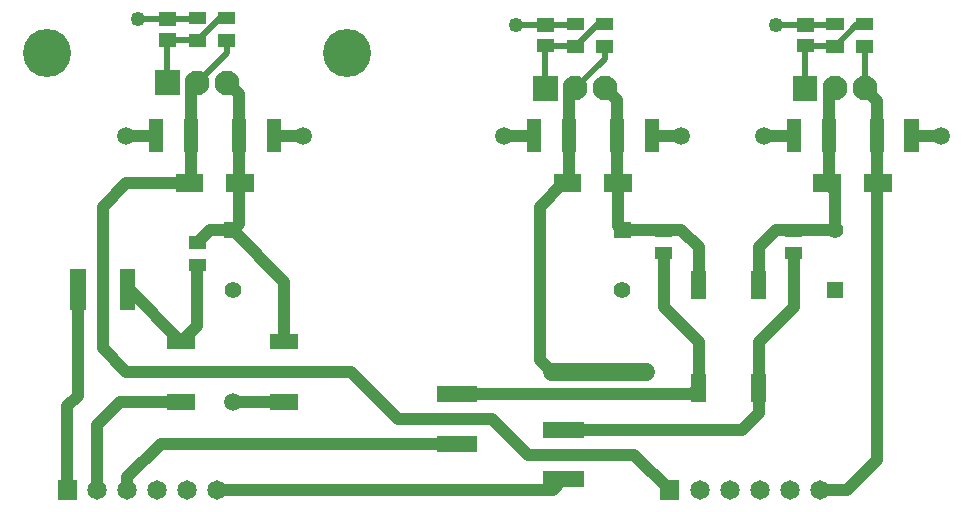
<source format=gbr>
G04 start of page 3 for group 1 idx 2 *
G04 Title: EW10A - bias supply, bottom-power *
G04 Creator: pcb 1.99z *
G04 CreationDate: Wed 13 Aug 2014 11:07:00 PM GMT UTC *
G04 For: eelco *
G04 Format: Gerber/RS-274X *
G04 PCB-Dimensions (mil): 4724.41 3149.61 *
G04 PCB-Coordinate-Origin: lower left *
%MOIN*%
%FSLAX25Y25*%
%LNBOTTOM*%
%ADD45C,0.0400*%
%ADD44C,0.1000*%
%ADD43C,0.0472*%
%ADD42C,0.0315*%
%ADD41C,0.1339*%
%ADD40C,0.0295*%
%ADD39C,0.0492*%
%ADD38R,0.0512X0.0512*%
%ADD37R,0.0531X0.0531*%
%ADD36R,0.0413X0.0413*%
%ADD35R,0.0453X0.0453*%
%ADD34R,0.0472X0.0472*%
%ADD33R,0.0610X0.0610*%
%ADD32C,0.0650*%
%ADD31C,0.1600*%
%ADD30C,0.0827*%
%ADD29C,0.0001*%
%ADD28C,0.0551*%
%ADD27C,0.0591*%
%ADD26C,0.0394*%
%ADD25C,0.0197*%
G54D25*X269528Y216535D02*Y230807D01*
G54D26*X276969Y185039D02*X275591D01*
X267717Y177165D01*
X265846Y200787D02*X255906D01*
G54D25*X269685Y230807D02*X279331D01*
X269685Y237697D02*X279528D01*
X289370Y237992D02*X287008D01*
X269685Y237697D02*X259843D01*
X289370Y226378D02*X279528Y216535D01*
X287008Y237992D02*X279528Y230512D01*
G54D26*X305020Y200787D02*X314961D01*
G54D25*X143701Y239665D02*X153543D01*
X163386Y239961D02*X161024D01*
X153543Y232480D01*
X143701Y232776D02*X153543D01*
X143701Y239665D02*X133858D01*
X143543Y218504D02*Y232776D01*
X163386Y232480D02*Y228346D01*
X153543Y218504D01*
G54D26*X167421Y185531D02*Y214626D01*
Y171358D02*Y185039D01*
X165354Y169291D02*X167421Y171358D01*
X157677Y169291D02*X165354D01*
X167421Y214626D02*X163543Y218504D01*
X179035Y200787D02*X188976D01*
X151476Y216437D02*X153543Y218504D01*
X151476Y185531D02*Y216437D01*
X150984Y185039D02*X151476Y185531D01*
X153543Y165157D02*X157677Y169291D01*
X122047Y129921D02*X129921Y122047D01*
X148228Y112008D02*X127756D01*
X120236Y104488D01*
X130315Y149606D02*X130709D01*
X122047Y129921D02*Y177165D01*
X129921Y185039D01*
X120236Y104488D02*Y82677D01*
X129921Y82992D02*X130236Y82677D01*
X141339Y98031D02*X130236Y86929D01*
Y82677D01*
X139862Y200787D02*X129921D01*
X113780Y149606D02*Y114173D01*
X110236Y110630D01*
Y82677D01*
X130709Y149606D02*X148228Y132087D01*
X129921Y185039D02*X150984D01*
X148228Y132087D02*X153543Y137402D01*
Y157677D01*
X165354Y169291D02*X182480Y152165D01*
Y132087D01*
X129921Y122047D02*X204724D01*
X220472Y106299D01*
X236024Y98031D02*X141339D01*
X182480Y112008D02*X165354D01*
X160236Y82677D02*X272047D01*
X275591Y86220D01*
X263780Y94488D02*X251969Y106299D01*
X263780Y94488D02*X299213D01*
X240157Y114567D02*X318504D01*
X251969Y106299D02*X220472D01*
X267717Y177165D02*Y145984D01*
Y145669D02*Y125984D01*
X271654Y122047D01*
G54D27*X303150D01*
G54D26*X380020Y212500D02*Y185531D01*
X380512Y185039D01*
X364075Y214469D02*Y185531D01*
G54D25*X356142Y230807D02*X366142D01*
X356299Y237697D02*X366142D01*
G54D26*Y216535D02*X364075Y214469D01*
X376142Y216378D02*X380020Y212500D01*
G54D25*X376142Y216535D02*Y230512D01*
X375984Y237992D02*X373622D01*
X366142Y230512D01*
G54D26*X380020Y185039D02*Y92618D01*
X370079Y82677D01*
X361024D01*
G54D25*X356142Y216535D02*Y230807D01*
G54D26*X340748Y163583D02*Y150984D01*
X346457Y169291D02*X340748Y163583D01*
X352461Y200787D02*X342520D01*
X364075Y185531D02*X363583Y185039D01*
X366142Y169291D02*Y182480D01*
X363583Y185039D01*
X366142Y169291D02*X346457D01*
X314961D02*X320669Y163583D01*
X352362Y143701D02*Y161614D01*
X391634Y200787D02*X401575D01*
G54D25*X356299Y237697D02*X346457D01*
X289370Y230512D02*Y226378D01*
G54D26*X293406Y185531D02*Y212657D01*
X289528Y216535D01*
X276969Y185039D02*X277461Y185531D01*
Y214469D01*
X279528Y216535D01*
X293898Y185039D02*X293406Y185531D01*
X293898Y170669D02*Y185039D01*
X295276Y169291D02*X293898Y170669D01*
X295276Y169291D02*X314961D01*
X320669Y163583D02*Y150984D01*
X309055Y143701D02*Y161614D01*
X320866Y131890D02*X309055Y143701D01*
X340748Y132087D02*X352362Y143701D01*
X340748Y116732D02*Y132087D01*
X320866Y116732D02*Y131890D01*
X299213Y94488D02*X311024Y82677D01*
X275591Y102756D02*X335039D01*
X340748Y108465D01*
Y115945D01*
X318504Y114567D02*X320669Y116732D01*
G54D28*X366142Y169291D03*
G54D29*G36*
X352008Y220669D02*Y212402D01*
X360276D01*
Y220669D01*
X352008D01*
G37*
G54D30*X366142Y216535D03*
X376142D03*
G54D31*X103543Y228346D03*
X203543D03*
G54D29*G36*
X139409Y222638D02*Y214370D01*
X147677D01*
Y222638D01*
X139409D01*
G37*
G54D30*X153543Y218504D03*
X163543D03*
G54D29*G36*
X162598Y172047D02*Y166535D01*
X168110D01*
Y172047D01*
X162598D01*
G37*
G54D28*X165354Y149291D03*
G54D29*G36*
X106986Y85927D02*Y79427D01*
X113486D01*
Y85927D01*
X106986D01*
G37*
G54D32*X120236Y82677D03*
X130236D03*
X140236D03*
X150236D03*
X160236D03*
G54D29*G36*
X307774Y85927D02*Y79427D01*
X314274D01*
Y85927D01*
X307774D01*
G37*
G54D32*X321024Y82677D03*
X331024D03*
X341024D03*
X351024D03*
X361024D03*
G54D29*G36*
X292520Y172047D02*Y166535D01*
X298031D01*
Y172047D01*
X292520D01*
G37*
G36*
X265394Y220669D02*Y212402D01*
X273661D01*
Y220669D01*
X265394D01*
G37*
G54D30*X279528Y216535D03*
X289528D03*
G54D28*X295276Y149291D03*
G54D29*G36*
X363386Y152047D02*Y146535D01*
X368898D01*
Y152047D01*
X363386D01*
G37*
G54D33*X166339Y185039D02*X169488D01*
X149409D02*X152559D01*
X292323D02*X295472D01*
X275394D02*X278543D01*
X378937D02*X382087D01*
X362008D02*X365157D01*
G54D34*X179035Y203839D02*Y197736D01*
X265846Y203839D02*Y197736D01*
X277461Y203839D02*Y197736D01*
X305020Y203839D02*Y197736D01*
X293406Y203839D02*Y197736D01*
G54D35*X269094Y237697D02*X270276D01*
X269094Y230807D02*X270276D01*
G54D36*X375197Y230512D02*X376772D01*
X278740Y237992D02*X280315D01*
X278740Y230512D02*X280315D01*
G54D35*X143110Y239665D02*X144291D01*
X143110Y232776D02*X144291D01*
G54D36*X152756Y239961D02*X154331D01*
X152756Y232480D02*X154331D01*
X162598Y239961D02*X164173D01*
X162598Y232480D02*X164173D01*
G54D34*X167421Y203839D02*Y197736D01*
X139862Y203839D02*Y197736D01*
X151476Y203839D02*Y197736D01*
G54D36*X152756Y157677D02*X154331D01*
X152756Y165157D02*X154331D01*
G54D37*X113780Y153740D02*Y145472D01*
X130315Y153740D02*Y145472D01*
G54D38*X180413Y132087D02*X184547D01*
X180413Y112008D02*X184547D01*
X146161D02*X150295D01*
X146161Y132087D02*X150295D01*
G54D36*X288583Y237992D02*X290157D01*
G54D35*X355709Y237697D02*X356890D01*
G54D36*X365354Y237992D02*X366929D01*
X288583Y230512D02*X290157D01*
G54D35*X355709Y230807D02*X356890D01*
G54D36*X365354Y230512D02*X366929D01*
G54D34*X364075Y203839D02*Y197736D01*
X352461Y203839D02*Y197736D01*
X380020Y203839D02*Y197736D01*
X391634Y203839D02*Y197736D01*
G54D36*X375197Y237992D02*X376772D01*
X308268Y161614D02*X309843D01*
G54D38*X320669Y153051D02*Y148917D01*
X340748Y153051D02*Y148917D01*
G54D36*X308268Y169094D02*X309843D01*
X351575Y161614D02*X353150D01*
X351575Y169094D02*X353150D01*
G54D38*X340748Y118799D02*Y114665D01*
X320669Y118799D02*Y114665D01*
G54D37*X271457Y86220D02*X279724D01*
X271457Y102756D02*X279724D01*
X236024Y98031D02*X244291D01*
X236024Y114567D02*X244291D01*
G54D27*X188976Y200787D03*
X129921D03*
G54D39*X133858Y239665D03*
G54D27*X342520Y200787D03*
X314961D03*
X255906D03*
X401575D03*
G54D39*X346457Y237697D03*
X259843D03*
G54D27*X165354Y112008D03*
G54D39*X299213Y122047D03*
X291339D03*
X283465D03*
X275591D03*
G54D26*G54D40*G54D26*G54D40*G54D26*G54D40*G54D41*G54D42*G54D43*G54D41*G54D44*G54D43*G54D41*G54D42*G54D45*G54D32*G54D41*G54D45*G54D32*G54D42*G54D43*G54D42*M02*

</source>
